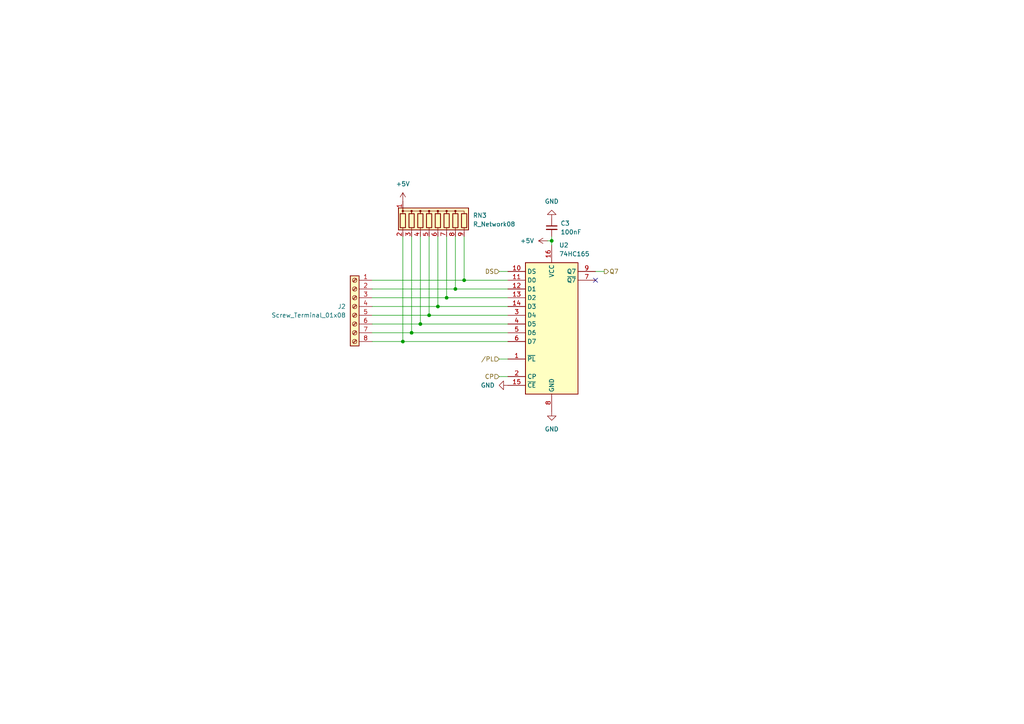
<source format=kicad_sch>
(kicad_sch (version 20250114) (generator "eeschema") (generator_version "9.0")
  (paper "A4")
  (lib_symbols
    (symbol "74xx:74HC165"
      (property "Reference" "U" (at -7.62 19.05 0))
      (property "Value" "74HC165" (at -7.62 -21.59 0))
      (symbol "74HC165_1_0"
        (pin input line (at -12.7 15.24 0) (length 5.08) (name "DS") (number "10"))
        (pin input line (at -12.7 12.7 0) (length 5.08) (name "D0") (number "11"))
        (pin input line (at -12.7 10.16 0) (length 5.08) (name "D1") (number "12"))
        (pin input line (at -12.7 7.62 0) (length 5.08) (name "D2") (number "13"))
        (pin input line (at -12.7 5.08 0) (length 5.08) (name "D3") (number "14"))
        (pin input line (at -12.7 2.54 0) (length 5.08) (name "D4") (number "3"))
        (pin input line (at -12.7 0 0) (length 5.08) (name "D5") (number "4"))
        (pin input line (at -12.7 -2.54 0) (length 5.08) (name "D6") (number "5"))
        (pin input line (at -12.7 -5.08 0) (length 5.08) (name "D7") (number "6"))
        (pin input line (at -12.7 -10.16 0) (length 5.08) (name "~{PL}") (number "1"))
        (pin input line (at -12.7 -15.24 0) (length 5.08) (name "CP") (number "2"))
        (pin input line (at -12.7 -17.78 0) (length 5.08) (name "~{CE}") (number "15"))
        (pin power_in line (at 0 22.86 270) (length 5.08) (name "VCC") (number "16"))
        (pin power_in line (at 0 -25.4 90) (length 5.08) (name "GND") (number "8"))
        (pin output line (at 12.7 15.24 180) (length 5.08) (name "Q7") (number "9"))
        (pin output line (at 12.7 12.7 180) (length 5.08) (name "~{Q7}") (number "7"))
      )
      (symbol "74HC165_1_1"
        (rectangle (start -7.62 17.78) (end 7.62 -20.32) (stroke (width 0.254)) (fill (type background)))
      )
    )
    (symbol "Connector:Screw_Terminal_01x08" (pin_names (offset 1.016) (hide yes))
      (property "Reference" "J" (at 0 10.16 0))
      (property "Value" "Screw_Terminal_01x08" (at 0 -12.7 0))
      (symbol "Screw_Terminal_01x08_1_1"
        (rectangle (start -1.27 8.89) (end 1.27 -11.43) (stroke (width 0.254)) (fill (type background)))
        (polyline (pts (xy -0.5334 7.9502) (xy 0.3302 7.112)) (stroke (width 0.1524)))
        (polyline (pts (xy -0.5334 5.4102) (xy 0.3302 4.572)) (stroke (width 0.1524)))
        (polyline (pts (xy -0.5334 2.8702) (xy 0.3302 2.032)) (stroke (width 0.1524)))
        (polyline (pts (xy -0.5334 0.3302) (xy 0.3302 -0.508)) (stroke (width 0.1524)))
        (polyline (pts (xy -0.5334 -2.2098) (xy 0.3302 -3.048)) (stroke (width 0.1524)))
        (polyline (pts (xy -0.5334 -4.7498) (xy 0.3302 -5.588)) (stroke (width 0.1524)))
        (polyline (pts (xy -0.5334 -7.2898) (xy 0.3302 -8.128)) (stroke (width 0.1524)))
        (polyline (pts (xy -0.5334 -9.8298) (xy 0.3302 -10.668)) (stroke (width 0.1524)))
        (polyline (pts (xy -0.3556 8.128) (xy 0.508 7.2898)) (stroke (width 0.1524)))
        (polyline (pts (xy -0.3556 5.588) (xy 0.508 4.7498)) (stroke (width 0.1524)))
        (polyline (pts (xy -0.3556 3.048) (xy 0.508 2.2098)) (stroke (width 0.1524)))
        (polyline (pts (xy -0.3556 0.508) (xy 0.508 -0.3302)) (stroke (width 0.1524)))
        (polyline (pts (xy -0.3556 -2.032) (xy 0.508 -2.8702)) (stroke (width 0.1524)))
        (polyline (pts (xy -0.3556 -4.572) (xy 0.508 -5.4102)) (stroke (width 0.1524)))
        (polyline (pts (xy -0.3556 -7.112) (xy 0.508 -7.9502)) (stroke (width 0.1524)))
        (polyline (pts (xy -0.3556 -9.652) (xy 0.508 -10.4902)) (stroke (width 0.1524)))
        (circle (center 0 7.62) (radius 0.635) (stroke (width 0.1524)))
        (circle (center 0 5.08) (radius 0.635) (stroke (width 0.1524)))
        (circle (center 0 2.54) (radius 0.635) (stroke (width 0.1524)))
        (circle (center 0 0) (radius 0.635) (stroke (width 0.1524)))
        (circle (center 0 -2.54) (radius 0.635) (stroke (width 0.1524)))
        (circle (center 0 -5.08) (radius 0.635) (stroke (width 0.1524)))
        (circle (center 0 -7.62) (radius 0.635) (stroke (width 0.1524)))
        (circle (center 0 -10.16) (radius 0.635) (stroke (width 0.1524)))
        (pin passive line (at -5.08 7.62 0) (length 3.81) (name "Pin_1") (number "1"))
        (pin passive line (at -5.08 5.08 0) (length 3.81) (name "Pin_2") (number "2"))
        (pin passive line (at -5.08 2.54 0) (length 3.81) (name "Pin_3") (number "3"))
        (pin passive line (at -5.08 0 0) (length 3.81) (name "Pin_4") (number "4"))
        (pin passive line (at -5.08 -2.54 0) (length 3.81) (name "Pin_5") (number "5"))
        (pin passive line (at -5.08 -5.08 0) (length 3.81) (name "Pin_6") (number "6"))
        (pin passive line (at -5.08 -7.62 0) (length 3.81) (name "Pin_7") (number "7"))
        (pin passive line (at -5.08 -10.16 0) (length 3.81) (name "Pin_8") (number "8"))
      )
    )
    (symbol "Device:C_Small" (pin_numbers (hide yes)) (pin_names (offset 0.254) (hide yes))
      (property "Reference" "C" (at 0.254 1.778 0))
      (property "Value" "C_Small" (at 0.254 -2.032 0))
      (symbol "C_Small_0_1"
        (polyline (pts (xy -1.524 0.508) (xy 1.524 0.508)) (stroke (width 0.3048)))
        (polyline (pts (xy -1.524 -0.508) (xy 1.524 -0.508)) (stroke (width 0.3302)))
      )
      (symbol "C_Small_1_1"
        (pin passive line (at 0 2.54 270) (length 2.032) (name "~") (number "1"))
        (pin passive line (at 0 -2.54 90) (length 2.032) (name "~") (number "2"))
      )
    )
    (symbol "Device:R_Network08" (pin_names (offset 0) (hide yes))
      (property "Reference" "RN" (at -12.7 0 90))
      (property "Value" "R_Network08" (at 10.16 0 90))
      (symbol "R_Network08_0_1"
        (rectangle (start -11.43 -3.175) (end 8.89 3.175) (stroke (width 0.254)) (fill (type background)))
        (rectangle (start -10.922 1.524) (end -9.398 -2.54) (stroke (width 0.254)))
        (circle (center -10.16 2.286) (radius 0.254) (fill (type outline)))
        (polyline (pts (xy -10.16 1.524) (xy -10.16 2.286) (xy -7.62 2.286) (xy -7.62 1.524)))
        (polyline (pts (xy -10.16 -2.54) (xy -10.16 -3.81)))
        (rectangle (start -8.382 1.524) (end -6.858 -2.54) (stroke (width 0.254)))
        (circle (center -7.62 2.286) (radius 0.254) (fill (type outline)))
        (polyline (pts (xy -7.62 1.524) (xy -7.62 2.286) (xy -5.08 2.286) (xy -5.08 1.524)))
        (polyline (pts (xy -7.62 -2.54) (xy -7.62 -3.81)))
        (rectangle (start -5.842 1.524) (end -4.318 -2.54) (stroke (width 0.254)))
        (circle (center -5.08 2.286) (radius 0.254) (fill (type outline)))
        (polyline (pts (xy -5.08 1.524) (xy -5.08 2.286) (xy -2.54 2.286) (xy -2.54 1.524)))
        (polyline (pts (xy -5.08 -2.54) (xy -5.08 -3.81)))
        (rectangle (start -3.302 1.524) (end -1.778 -2.54) (stroke (width 0.254)))
        (circle (center -2.54 2.286) (radius 0.254) (fill (type outline)))
        (polyline (pts (xy -2.54 1.524) (xy -2.54 2.286) (xy 0 2.286) (xy 0 1.524)))
        (polyline (pts (xy -2.54 -2.54) (xy -2.54 -3.81)))
        (rectangle (start -0.762 1.524) (end 0.762 -2.54) (stroke (width 0.254)))
        (circle (center 0 2.286) (radius 0.254) (fill (type outline)))
        (polyline (pts (xy 0 1.524) (xy 0 2.286) (xy 2.54 2.286) (xy 2.54 1.524)))
        (polyline (pts (xy 0 -2.54) (xy 0 -3.81)))
        (rectangle (start 1.778 1.524) (end 3.302 -2.54) (stroke (width 0.254)))
        (circle (center 2.54 2.286) (radius 0.254) (fill (type outline)))
        (polyline (pts (xy 2.54 1.524) (xy 2.54 2.286) (xy 5.08 2.286) (xy 5.08 1.524)))
        (polyline (pts (xy 2.54 -2.54) (xy 2.54 -3.81)))
        (rectangle (start 4.318 1.524) (end 5.842 -2.54) (stroke (width 0.254)))
        (circle (center 5.08 2.286) (radius 0.254) (fill (type outline)))
        (polyline (pts (xy 5.08 1.524) (xy 5.08 2.286) (xy 7.62 2.286) (xy 7.62 1.524)))
        (polyline (pts (xy 5.08 -2.54) (xy 5.08 -3.81)))
        (rectangle (start 6.858 1.524) (end 8.382 -2.54) (stroke (width 0.254)))
        (polyline (pts (xy 7.62 -2.54) (xy 7.62 -3.81)))
      )
      (symbol "R_Network08_1_1"
        (pin passive line (at -10.16 5.08 270) (length 2.54) (name "common") (number "1"))
        (pin passive line (at -10.16 -5.08 90) (length 1.27) (name "R1") (number "2"))
        (pin passive line (at -7.62 -5.08 90) (length 1.27) (name "R2") (number "3"))
        (pin passive line (at -5.08 -5.08 90) (length 1.27) (name "R3") (number "4"))
        (pin passive line (at -2.54 -5.08 90) (length 1.27) (name "R4") (number "5"))
        (pin passive line (at 0 -5.08 90) (length 1.27) (name "R5") (number "6"))
        (pin passive line (at 2.54 -5.08 90) (length 1.27) (name "R6") (number "7"))
        (pin passive line (at 5.08 -5.08 90) (length 1.27) (name "R7") (number "8"))
        (pin passive line (at 7.62 -5.08 90) (length 1.27) (name "R8") (number "9"))
      )
    )
    (symbol "power:+5V" (power) (pin_numbers (hide yes)) (pin_names (offset 0) (hide yes))
      (property "Value" "+5V" (at 0 3.556 0))
      (symbol "+5V_0_1"
        (polyline (pts (xy -0.762 1.27) (xy 0 2.54)))
        (polyline (pts (xy 0 2.54) (xy 0.762 1.27)))
        (polyline (pts (xy 0 0) (xy 0 2.54)))
      )
      (symbol "+5V_1_1"
        (pin power_in line (at 0 0 90) (length 0) (name "~") (number "1"))
      )
    )
    (symbol "power:GND" (power) (pin_numbers (hide yes)) (pin_names (offset 0) (hide yes))
      (property "Value" "GND" (at 0 -3.81 0))
      (symbol "GND_0_1"
        (polyline (pts (xy 0 0) (xy 0 -1.27) (xy 1.27 -1.27) (xy 0 -2.54) (xy -1.27 -1.27) (xy 0 -1.27)))
      )
      (symbol "GND_1_1"
        (pin power_in line (at 0 0 270) (length 0) (name "~") (number "1"))
      )
    )
  )
  (junction (at 132.08 83.82))
  (junction (at 124.46 91.44))
  (junction (at 116.84 99.06))
  (junction (at 129.54 86.36))
  (junction (at 119.38 96.52))
  (junction (at 134.62 81.28))
  (junction (at 121.92 93.98))
  (junction (at 127 88.9))
  (junction (at 160.02 69.85))
  (no_connect (at 172.72 81.28))
  (wire (pts (xy 107.95 96.52) (xy 119.38 96.52)))
  (wire (pts (xy 107.95 91.44) (xy 124.46 91.44)))
  (wire (pts (xy 107.95 83.82) (xy 132.08 83.82)))
  (wire (pts (xy 107.95 88.9) (xy 127 88.9)))
  (wire (pts (xy 134.62 68.58) (xy 134.62 81.28)))
  (wire (pts (xy 119.38 68.58) (xy 119.38 96.52)))
  (wire (pts (xy 144.78 109.22) (xy 147.32 109.22)))
  (wire (pts (xy 132.08 83.82) (xy 147.32 83.82)))
  (wire (pts (xy 119.38 96.52) (xy 147.32 96.52)))
  (wire (pts (xy 124.46 68.58) (xy 124.46 91.44)))
  (wire (pts (xy 107.95 81.28) (xy 134.62 81.28)))
  (wire (pts (xy 107.95 86.36) (xy 129.54 86.36)))
  (wire (pts (xy 107.95 93.98) (xy 121.92 93.98)))
  (wire (pts (xy 158.75 69.85) (xy 160.02 69.85)))
  (wire (pts (xy 134.62 81.28) (xy 147.32 81.28)))
  (wire (pts (xy 144.78 78.74) (xy 147.32 78.74)))
  (wire (pts (xy 107.95 99.06) (xy 116.84 99.06)))
  (wire (pts (xy 121.92 93.98) (xy 147.32 93.98)))
  (wire (pts (xy 172.72 78.74) (xy 175.26 78.74)))
  (wire (pts (xy 116.84 68.58) (xy 116.84 99.06)))
  (wire (pts (xy 129.54 68.58) (xy 129.54 86.36)))
  (wire (pts (xy 124.46 91.44) (xy 147.32 91.44)))
  (wire (pts (xy 127 88.9) (xy 147.32 88.9)))
  (wire (pts (xy 160.02 68.58) (xy 160.02 69.85)))
  (wire (pts (xy 116.84 99.06) (xy 147.32 99.06)))
  (wire (pts (xy 144.78 104.14) (xy 147.32 104.14)))
  (wire (pts (xy 121.92 68.58) (xy 121.92 93.98)))
  (wire (pts (xy 132.08 68.58) (xy 132.08 83.82)))
  (wire (pts (xy 127 68.58) (xy 127 88.9)))
  (wire (pts (xy 160.02 69.85) (xy 160.02 71.12)))
  (wire (pts (xy 129.54 86.36) (xy 147.32 86.36)))
  (hierarchical_label "{slash}PL" (shape input) (at 144.78 104.14 180))
  (hierarchical_label "Q7" (shape output) (at 175.26 78.74 0))
  (hierarchical_label "DS" (shape input) (at 144.78 78.74 180))
  (hierarchical_label "CP" (shape input) (at 144.78 109.22 180))
  (symbol (lib_id "Connector:Screw_Terminal_01x08") (at 102.87 88.9 0) (mirror y) (unit 1)
    (property "Reference" "J4" (at 100.33 88.8999 0) (effects (justify left)))
    (property "Value" "Screw_Terminal_01x08" (at 100.33 91.4399 0) (effects (justify left)))
    (property "Description" "Generic screw terminal, single row, 01x08, script generated (kicad-library-utils/schlib/autogen/connector/)" (effects (hide yes)))
    (instances (project "RightMain" (path "" (reference "J2") (unit 1)) (path "" (reference "J4") (unit 1)) (path "" (reference "J1") (unit 1)) (path "" (reference "J3") (unit 1))))
  )
  (symbol (lib_id "power:GND") (at 160.02 63.5 180) (unit 1)
    (property "Reference" "#PWR016" (effects (hide yes)))
    (property "Value" "GND" (at 160.02 58.42 0))
    (property "Description" "Power symbol creates a global label with name \"GND\" , ground" (effects (hide yes)))
    (instances (project "RightMain" (path "" (reference "#PWR011") (unit 1)) (path "" (reference "#PWR016") (unit 1)) (path "" (reference "#PWR05") (unit 1)) (path "" (reference "#PWR021") (unit 1))))
  )
  (symbol (lib_id "power:+5V") (at 116.84 58.42 0) (unit 1)
    (property "Reference" "#PWR02" (effects (hide yes)))
    (property "Value" "+5V" (at 116.84 53.34 0))
    (property "Description" "Power symbol creates a global label with name \"+5V\"" (effects (hide yes)))
    (instances (project "RightMain" (path "" (reference "#PWR07") (unit 1)) (path "" (reference "#PWR02") (unit 1)) (path "" (reference "#PWR01") (unit 1)) (path "" (reference "#PWR013") (unit 1))))
  )
  (symbol (lib_id "Device:C_Small") (at 160.02 66.04 0) (unit 1)
    (property "Reference" "C5" (at 162.56 64.7762 0) (effects (justify left)))
    (property "Value" "100nF" (at 162.56 67.3162 0) (effects (justify left)))
    (property "Description" "Unpolarized capacitor, small symbol" (effects (hide yes)))
    (instances (project "RightMain" (path "" (reference "C3") (unit 1)) (path "" (reference "C5") (unit 1)) (path "" (reference "C2") (unit 1)) (path "" (reference "C4") (unit 1))))
  )
  (symbol (lib_id "power:GND") (at 160.02 119.38 0) (unit 1)
    (property "Reference" "#PWR017" (effects (hide yes)))
    (property "Value" "GND" (at 160.02 124.46 0))
    (property "Description" "Power symbol creates a global label with name \"GND\" , ground" (effects (hide yes)))
    (instances (project "RightMain" (path "" (reference "#PWR012") (unit 1)) (path "" (reference "#PWR017") (unit 1)) (path "" (reference "#PWR06") (unit 1)) (path "" (reference "#PWR022") (unit 1))))
  )
  (symbol (lib_id "power:+5V") (at 158.75 69.85 90) (unit 1)
    (property "Reference" "#PWR015" (effects (hide yes)))
    (property "Value" "+5V" (at 154.94 69.8499 90) (effects (justify left)))
    (property "Description" "Power symbol creates a global label with name \"+5V\"" (effects (hide yes)))
    (instances (project "RightMain" (path "" (reference "#PWR09") (unit 1)) (path "" (reference "#PWR015") (unit 1)) (path "" (reference "#PWR04") (unit 1)) (path "" (reference "#PWR020") (unit 1))))
  )
  (symbol (lib_id "Device:R_Network08") (at 127 63.5 0) (unit 1)
    (property "Reference" "RN1" (at 137.16 62.4839 0) (effects (justify left)))
    (property "Value" "R_Network08" (at 137.16 65.0239 0) (effects (justify left)))
    (property "Footprint" "Resistor_THT:R_Array_SIP9" (effects (hide yes)))
    (property "Datasheet" "http://www.vishay.com/docs/31509/csc.pdf" (effects (hide yes)))
    (property "Description" "8 resistor network, star topology, bussed resistors, small symbol" (effects (hide yes)))
    (instances (project "RightMain" (path "" (reference "RN3") (unit 1)) (path "" (reference "RN1") (unit 1)) (path "" (reference "RN2") (unit 1)) (path "" (reference "RN4") (unit 1))))
  )
  (symbol (lib_id "power:GND") (at 147.32 111.76 270) (unit 1)
    (property "Reference" "#PWR014" (effects (hide yes)))
    (property "Value" "GND" (at 143.51 111.7599 90) (effects (justify right)))
    (property "Description" "Power symbol creates a global label with name \"GND\" , ground" (effects (hide yes)))
    (instances (project "RightMain" (path "" (reference "#PWR08") (unit 1)) (path "" (reference "#PWR014") (unit 1)) (path "" (reference "#PWR03") (unit 1)) (path "" (reference "#PWR018") (unit 1))))
  )
  (symbol (lib_id "74xx:74HC165") (at 160.02 93.98 0) (unit 1)
    (property "Reference" "U4" (at 162.1633 71.12 0) (effects (justify left)))
    (property "Value" "74HC165" (at 162.1633 73.66 0) (effects (justify left)))
    (property "Datasheet" "https://assets.nexperia.com/documents/data-sheet/74HC_HCT165.pdf" (effects (hide yes)))
    (property "Description" "Shift Register, 8-bit, Parallel Load" (effects (hide yes)))
    (instances (project "RightMain" (path "" (reference "U2") (unit 1)) (path "" (reference "U4") (unit 1)) (path "" (reference "U1") (unit 1)) (path "" (reference "U3") (unit 1))))
  )
)
</source>
